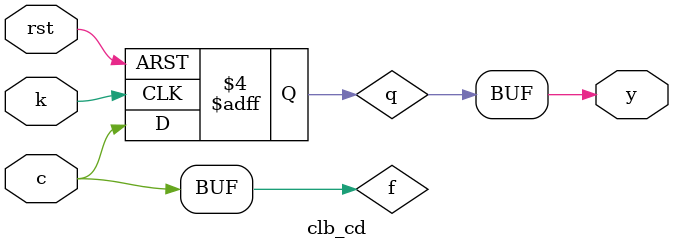
<source format=v>
module clb_cd(
	input c,
	input k,
	input rst,
	output y
);
	wire f;
	reg q;
	
	assign f = c | c;
	
	always @(posedge k, negedge rst) begin
		if (rst == 1'b0) begin
			q <= 1'b0;
		end else begin
			q <= f;
		end
	end
	
	assign y = q;
	
endmodule

</source>
